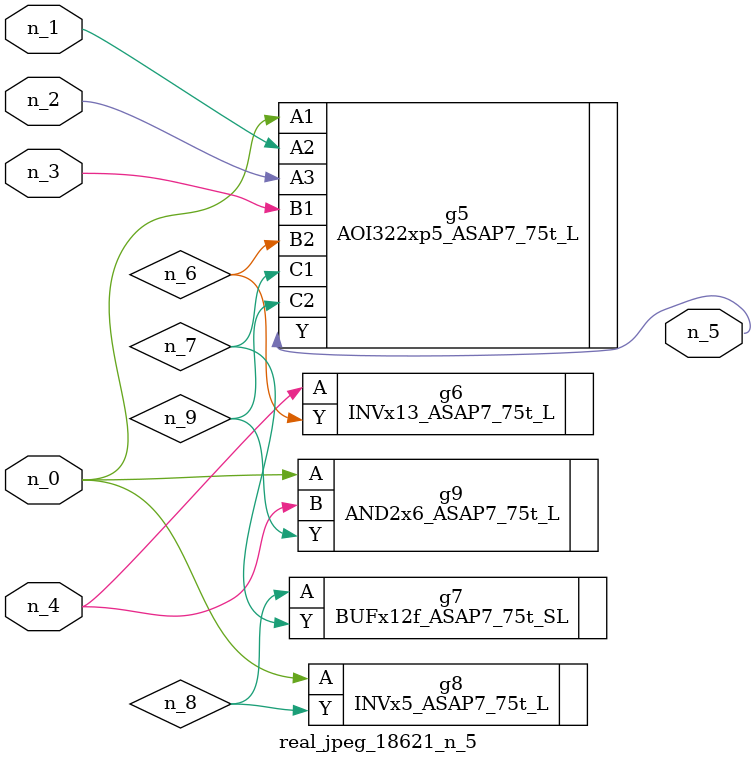
<source format=v>
module real_jpeg_18621_n_5 (n_4, n_0, n_1, n_2, n_3, n_5);

input n_4;
input n_0;
input n_1;
input n_2;
input n_3;

output n_5;

wire n_8;
wire n_6;
wire n_7;
wire n_9;

AOI322xp5_ASAP7_75t_L g5 ( 
.A1(n_0),
.A2(n_1),
.A3(n_2),
.B1(n_3),
.B2(n_6),
.C1(n_7),
.C2(n_9),
.Y(n_5)
);

INVx5_ASAP7_75t_L g8 ( 
.A(n_0),
.Y(n_8)
);

AND2x6_ASAP7_75t_L g9 ( 
.A(n_0),
.B(n_4),
.Y(n_9)
);

INVx13_ASAP7_75t_L g6 ( 
.A(n_4),
.Y(n_6)
);

BUFx12f_ASAP7_75t_SL g7 ( 
.A(n_8),
.Y(n_7)
);


endmodule
</source>
